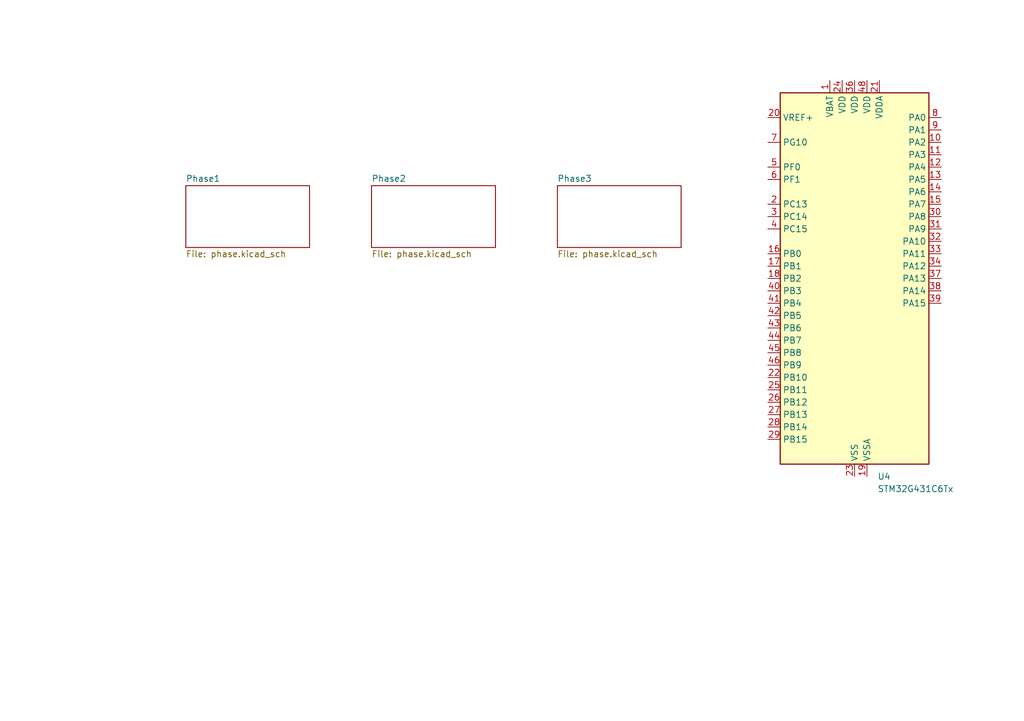
<source format=kicad_sch>
(kicad_sch (version 20250114) (generator "eeschema") (generator_version "9.0")
  (paper "A5")
  (lib_symbols
    (symbol "MCU_ST_STM32G4:STM32G431C6Tx"
      (property "Reference" "U" (at -15.24 39.37 0))
      (property "Value" "STM32G431C6Tx" (at 7.62 39.37 0))
      (symbol "STM32G431C6Tx_0_1"
        (rectangle (start -15.24 -38.1) (end 15.24 38.1) (stroke (width 0.254)) (fill (type background)))
      )
      (symbol "STM32G431C6Tx_1_1"
        (pin input line (at -17.78 33.02 0) (length 2.54) (name "VREF+") (number "20"))
        (pin bidirectional line (at -17.78 27.94 0) (length 2.54) (name "PG10") (number "7"))
        (pin bidirectional line (at -17.78 22.86 0) (length 2.54) (name "PF0") (number "5"))
        (pin bidirectional line (at -17.78 20.32 0) (length 2.54) (name "PF1") (number "6"))
        (pin bidirectional line (at -17.78 15.24 0) (length 2.54) (name "PC13") (number "2"))
        (pin bidirectional line (at -17.78 12.7 0) (length 2.54) (name "PC14") (number "3"))
        (pin bidirectional line (at -17.78 10.16 0) (length 2.54) (name "PC15") (number "4"))
        (pin bidirectional line (at -17.78 5.08 0) (length 2.54) (name "PB0") (number "16"))
        (pin bidirectional line (at -17.78 2.54 0) (length 2.54) (name "PB1") (number "17"))
        (pin bidirectional line (at -17.78 0 0) (length 2.54) (name "PB2") (number "18"))
        (pin bidirectional line (at -17.78 -2.54 0) (length 2.54) (name "PB3") (number "40"))
        (pin bidirectional line (at -17.78 -5.08 0) (length 2.54) (name "PB4") (number "41"))
        (pin bidirectional line (at -17.78 -7.62 0) (length 2.54) (name "PB5") (number "42"))
        (pin bidirectional line (at -17.78 -10.16 0) (length 2.54) (name "PB6") (number "43"))
        (pin bidirectional line (at -17.78 -12.7 0) (length 2.54) (name "PB7") (number "44"))
        (pin bidirectional line (at -17.78 -15.24 0) (length 2.54) (name "PB8") (number "45"))
        (pin bidirectional line (at -17.78 -17.78 0) (length 2.54) (name "PB9") (number "46"))
        (pin bidirectional line (at -17.78 -20.32 0) (length 2.54) (name "PB10") (number "22"))
        (pin bidirectional line (at -17.78 -22.86 0) (length 2.54) (name "PB11") (number "25"))
        (pin bidirectional line (at -17.78 -25.4 0) (length 2.54) (name "PB12") (number "26"))
        (pin bidirectional line (at -17.78 -27.94 0) (length 2.54) (name "PB13") (number "27"))
        (pin bidirectional line (at -17.78 -30.48 0) (length 2.54) (name "PB14") (number "28"))
        (pin bidirectional line (at -17.78 -33.02 0) (length 2.54) (name "PB15") (number "29"))
        (pin power_in line (at -5.08 40.64 270) (length 2.54) (name "VBAT") (number "1"))
        (pin power_in line (at -2.54 40.64 270) (length 2.54) (name "VDD") (number "24"))
        (pin power_in line (at 0 40.64 270) (length 2.54) (name "VDD") (number "36"))
        (pin power_in line (at 0 -40.64 90) (length 2.54) (name "VSS") (number "23"))
        (pin passive line (at 0 -40.64 90) (length 2.54) (hide yes) (name "VSS") (number "35"))
        (pin passive line (at 0 -40.64 90) (length 2.54) (hide yes) (name "VSS") (number "47"))
        (pin power_in line (at 2.54 40.64 270) (length 2.54) (name "VDD") (number "48"))
        (pin power_in line (at 2.54 -40.64 90) (length 2.54) (name "VSSA") (number "19"))
        (pin power_in line (at 5.08 40.64 270) (length 2.54) (name "VDDA") (number "21"))
        (pin bidirectional line (at 17.78 33.02 180) (length 2.54) (name "PA0") (number "8"))
        (pin bidirectional line (at 17.78 30.48 180) (length 2.54) (name "PA1") (number "9"))
        (pin bidirectional line (at 17.78 27.94 180) (length 2.54) (name "PA2") (number "10"))
        (pin bidirectional line (at 17.78 25.4 180) (length 2.54) (name "PA3") (number "11"))
        (pin bidirectional line (at 17.78 22.86 180) (length 2.54) (name "PA4") (number "12"))
        (pin bidirectional line (at 17.78 20.32 180) (length 2.54) (name "PA5") (number "13"))
        (pin bidirectional line (at 17.78 17.78 180) (length 2.54) (name "PA6") (number "14"))
        (pin bidirectional line (at 17.78 15.24 180) (length 2.54) (name "PA7") (number "15"))
        (pin bidirectional line (at 17.78 12.7 180) (length 2.54) (name "PA8") (number "30"))
        (pin bidirectional line (at 17.78 10.16 180) (length 2.54) (name "PA9") (number "31"))
        (pin bidirectional line (at 17.78 7.62 180) (length 2.54) (name "PA10") (number "32"))
        (pin bidirectional line (at 17.78 5.08 180) (length 2.54) (name "PA11") (number "33"))
        (pin bidirectional line (at 17.78 2.54 180) (length 2.54) (name "PA12") (number "34"))
        (pin bidirectional line (at 17.78 0 180) (length 2.54) (name "PA13") (number "37"))
        (pin bidirectional line (at 17.78 -2.54 180) (length 2.54) (name "PA14") (number "38"))
        (pin bidirectional line (at 17.78 -5.08 180) (length 2.54) (name "PA15") (number "39"))
      )
    )
  )
  (symbol (lib_id "MCU_ST_STM32G4:STM32G431C6Tx") (at 175.26 57.15 0) (unit 1)
    (property "Reference" "U4" (at 179.9433 97.79 0) (effects (justify left)))
    (property "Value" "STM32G431C6Tx" (at 179.9433 100.33 0) (effects (justify left)))
    (property "Footprint" "Package_QFP:LQFP-48_7x7mm_P0.5mm" (effects (hide yes)))
    (property "Datasheet" "https://www.st.com/resource/en/datasheet/stm32g431c6.pdf" (effects (hide yes)))
    (property "Description" "STMicroelectronics Arm Cortex-M4 MCU, 32KB flash, 32KB RAM, 170 MHz, 1.71-3.6V, 38 GPIO, LQFP48" (effects (hide yes)))
  )
  (sheet (at 114.3 38.1) (size 25.4 12.7) (stroke (width 0.1524))
    (property "Sheetname" "Phase3" (at 114.3 37.3884 0) (effects (justify left bottom)))
    (property "Sheetfile" "phase.kicad_sch" (at 114.3 51.3846 0) (effects (justify left top)))
  )
  (sheet (at 76.2 38.1) (size 25.4 12.7) (stroke (width 0.1524))
    (property "Sheetname" "Phase2" (at 76.2 37.3884 0) (effects (justify left bottom)))
    (property "Sheetfile" "phase.kicad_sch" (at 76.2 51.3846 0) (effects (justify left top)))
  )
  (sheet (at 38.1 38.1) (size 25.4 12.7) (stroke (width 0.1524))
    (property "Sheetname" "Phase1" (at 38.1 37.3884 0) (effects (justify left bottom)))
    (property "Sheetfile" "phase.kicad_sch" (at 38.1 51.3846 0) (effects (justify left top)))
  )
)
</source>
